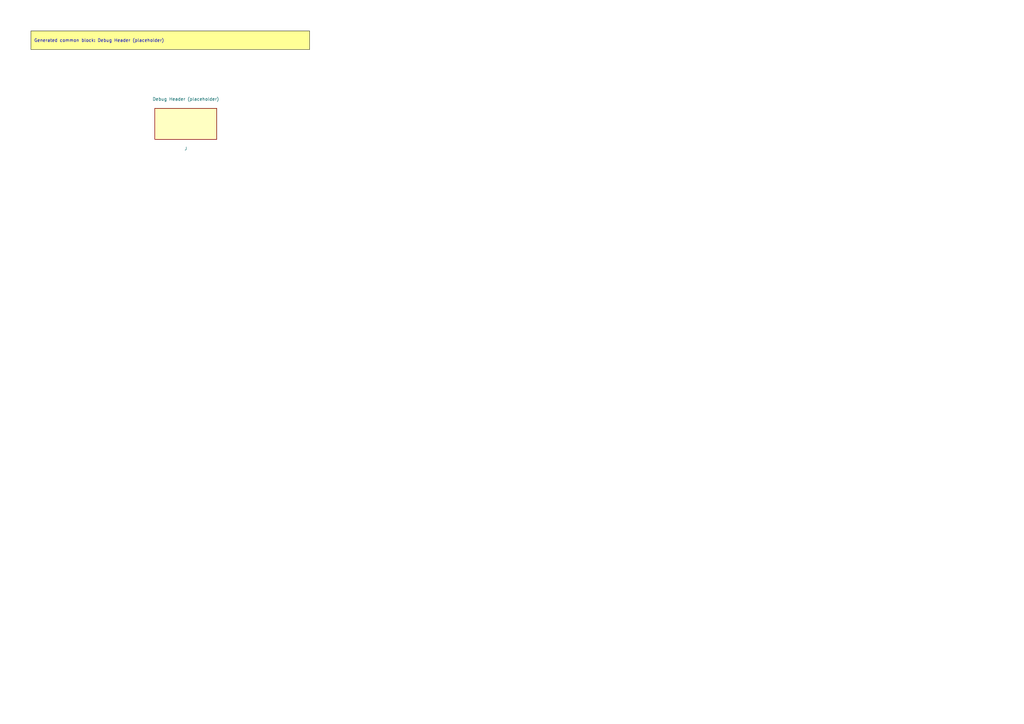
<source format=kicad_sch>
(kicad_sch (version 20250114) (generator "kicadgen") (generator_version "0.2")
  (paper "A3")
  (title_block (title "Debug Header (placeholder)") (company "Project Carbon") (comment 1 "Generated - do not edit in generated/") (comment 2 "Edit in schem/kicad9/manual/ or refine mapping specs"))
  (lib_symbols
    (symbol "carbon_blocks:CARBON_BLOCK_CONN_HEADER" (pin_names (offset 1.016))
      (property "Reference" "J" (at 0 8.89 0))
      (property "Value" "CARBON_BLOCK_CONN_HEADER" (at 0 -8.89 0))
      (symbol "CARBON_BLOCK_CONN_HEADER_1_1"
        (rectangle (start -12.7 6.35) (end 12.7 -6.35) (stroke (width 0.254)) (fill (type background)))
      )
    )
  )
  (text_box "Generated common block: Debug Header (placeholder)" (at 12.7 12.7 0) (size 114.3 7.62) (margins 1.27 1.27 1.27 1.27) (stroke (width 0) (color 0 0 0 1)) (fill (type color) (color 255 255 150 1)) (effects (font (size 1.27 1.27)) (justify left)))
  (symbol (lib_id "carbon_blocks:CARBON_BLOCK_CONN_HEADER") (at 76.2 50.8 0) (unit 1)
    (property "Reference" "J" (at 76.2 60.96 0))
    (property "Value" "Debug Header (placeholder)" (at 76.2 40.64 0))
  )
)
</source>
